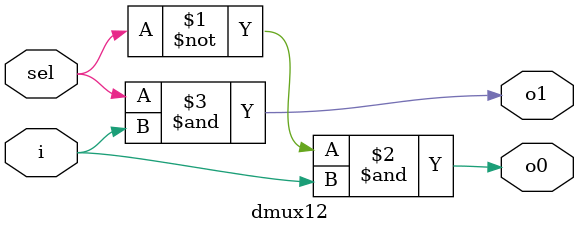
<source format=v>
module dmux12(i,sel,o0,o1);
input i,sel;
output o0,o1;

assign o0=(~sel)&i;
assign o1 = sel&i;

endmodule

</source>
